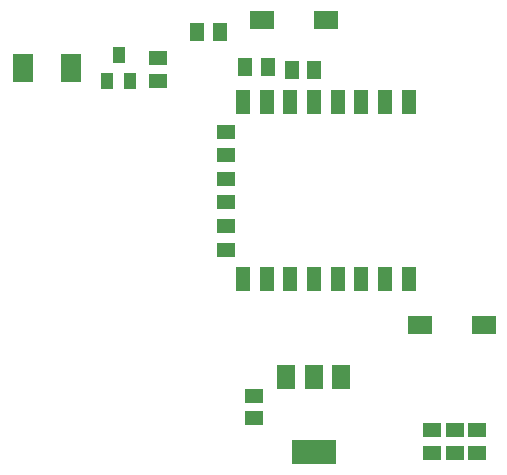
<source format=gbr>
G04 EAGLE Gerber RS-274X export*
G75*
%MOMM*%
%FSLAX34Y34*%
%LPD*%
%INSolderpaste Bottom*%
%IPPOS*%
%AMOC8*
5,1,8,0,0,1.08239X$1,22.5*%
G01*
%ADD10R,1.200000X2.000000*%
%ADD11R,1.500000X1.200000*%
%ADD12R,1.500000X2.000000*%
%ADD13R,3.800000X2.000000*%
%ADD14R,1.000000X1.400000*%
%ADD15R,1.800000X2.400000*%
%ADD16R,1.600000X1.300000*%
%ADD17R,2.000000X1.600000*%
%ADD18R,1.500000X1.300000*%
%ADD19R,1.300000X1.500000*%
%ADD20R,1.300000X1.600000*%


D10*
X233750Y171780D03*
X253750Y171780D03*
X273750Y171780D03*
X293750Y171780D03*
X313750Y171780D03*
X333750Y171780D03*
X353750Y171780D03*
X373750Y171780D03*
D11*
X218750Y196780D03*
X218750Y216780D03*
X218750Y236780D03*
X218750Y256780D03*
X218750Y276780D03*
X218750Y296780D03*
D10*
X233750Y321780D03*
X253750Y321780D03*
X273750Y321780D03*
X293750Y321780D03*
X313750Y321780D03*
X333750Y321780D03*
X353750Y321780D03*
X373750Y321780D03*
D12*
X270370Y88650D03*
X293370Y88650D03*
X316370Y88650D03*
D13*
X293370Y25650D03*
D14*
X128270Y361520D03*
X118770Y339520D03*
X137770Y339520D03*
D15*
X87560Y350520D03*
X47060Y350520D03*
D16*
X161290Y339750D03*
X161290Y358750D03*
D17*
X383210Y133350D03*
X437210Y133350D03*
D18*
X242570Y54000D03*
X242570Y73000D03*
D19*
X213970Y381000D03*
X194970Y381000D03*
D16*
X393700Y24790D03*
X393700Y43790D03*
X431800Y24790D03*
X431800Y43790D03*
X412750Y24790D03*
X412750Y43790D03*
D20*
X235610Y351790D03*
X254610Y351790D03*
X293980Y349250D03*
X274980Y349250D03*
D17*
X303860Y391160D03*
X249860Y391160D03*
M02*

</source>
